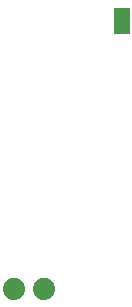
<source format=gbs>
G75*
%MOIN*%
%OFA0B0*%
%FSLAX25Y25*%
%IPPOS*%
%LPD*%
%AMOC8*
5,1,8,0,0,1.08239X$1,22.5*
%
%ADD10R,0.05169X0.09150*%
%ADD11C,0.07400*%
D10*
X0045943Y0097594D03*
D11*
X0010126Y0008304D03*
X0020126Y0008304D03*
M02*

</source>
